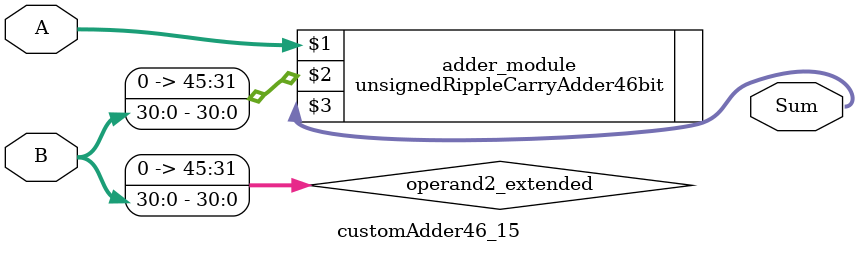
<source format=v>
module customAdder46_15(
                        input [45 : 0] A,
                        input [30 : 0] B,
                        
                        output [46 : 0] Sum
                );

        wire [45 : 0] operand2_extended;
        
        assign operand2_extended =  {15'b0, B};
        
        unsignedRippleCarryAdder46bit adder_module(
            A,
            operand2_extended,
            Sum
        );
        
        endmodule
        
</source>
